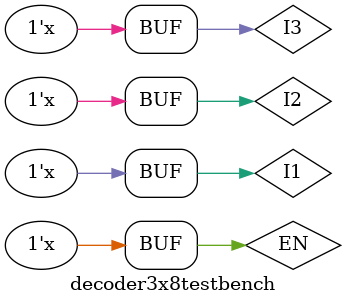
<source format=v>
`timescale 1ns / 1ps


module decoder3x8testbench;

	// Inputs
	reg EN;
	reg I1;
	reg I2;
	reg I3;

	// Outputs
	wire m1;
	wire m2;
	wire m3;
	wire m4;
	wire m5;
	wire m6;
	wire m7;
	wire m8;

	// Instantiate the Unit Under Test (UUT)
	decoder3x8 uut (
		.EN(EN), 
		.I1(I1), 
		.I2(I2), 
		.I3(I3), 
		.m1(m1), 
		.m2(m2), 
		.m3(m3), 
		.m4(m4), 
		.m5(m5), 
		.m6(m6), 
		.m7(m7), 
		.m8(m8)
	);

	initial begin
		// Initialize Inputs
		EN = 0;
		I1 = 0;
		I2 = 0;
		I3 = 0;

		// Wait 100 ns for global reset to finish
		#100;
        
		// Add stimulus here

	end
	
	always #1 I3=~I3;
	always #2 I2=~I2;
	always #4 I1=~I1;
	always #8 EN=~EN;
      
endmodule


</source>
